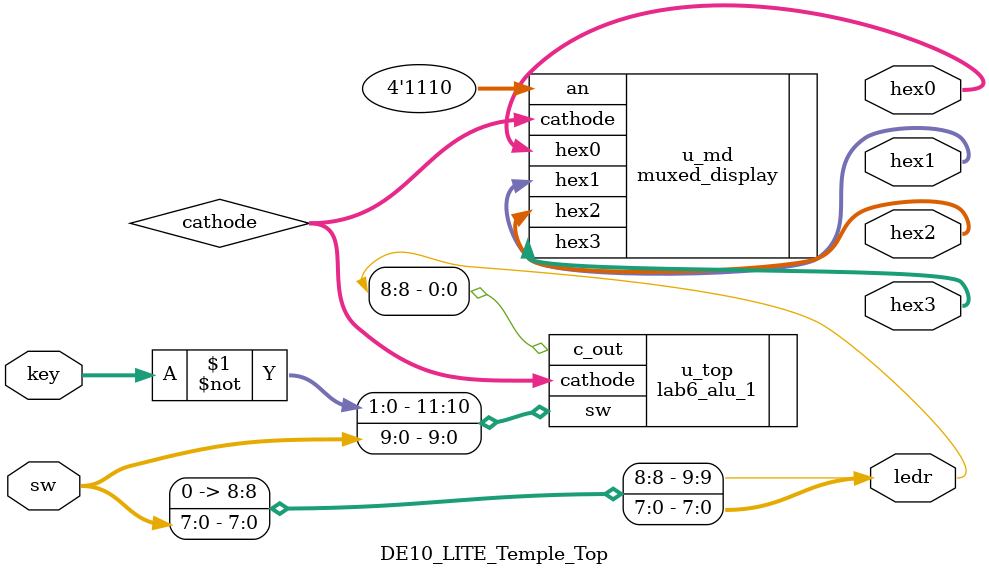
<source format=sv>



`define ENABLE_SW
`define ENABLE_LED
`define ENABLE_KEY
`define ENABLE_HEX0
`define ENABLE_HEX1
`define ENABLE_HEX2
`define ENABLE_HEX3

module DE10_LITE_Temple_Top(

	//////////// SDRAM: 3.3-V LVTTL //////////
`ifdef ENABLE_SDRAM
	output		    [12:0]		dram_addr,
	output		     [1:0]		dram_ba,
	output		          		dram_cas_n,
	output		          		dram_cke,
	output		          		dram_clk,
	output		          		dram_cs_n,
	inout 		    [15:0]		dram_dq,
	output		          		dram_ldqm,
	output		          		dram_ras_n,
	output		          		dram_udqm,
	output		          		dram_we_n,
`endif

	//////////// SEG7: 3.3-V LVTTL //////////
`ifdef ENABLE_HEX0
	output		     [7:0]		hex0,
`endif
`ifdef ENABLE_HEX1
	output		     [7:0]		hex1,
`endif
`ifdef ENABLE_HEX2
	output		     [7:0]		hex2,
`endif
`ifdef ENABLE_HEX3
	output		     [7:0]		hex3,
`endif
`ifdef ENABLE_HEX4
	output		     [7:0]		hex4,
`endif
`ifdef ENABLE_HEX5
	output		     [7:0]		hex5,
`endif

	//////////// KEY: 3.3 V SCHMITT TRIGGER //////////
`ifdef ENABLE_KEY
	input 		     [1:0]		key,
`endif

	//////////// LED: 3.3-V LVTTL //////////
`ifdef ENABLE_LED
	output		     [9:0]		ledr,
`endif

	//////////// VGA: 3.3-V LVTTL //////////
`ifdef ENABLE_VGA
	output		     [3:0]		vga_b,
	output		     [3:0]		vga_g,
	output		          		vga_hs,
	output		     [3:0]		vga_r,
	output		          		vga_vs,
`endif

	//////////// Accelerometer: 3.3-V LVTTL //////////
`ifdef ENABLE_ACCELEROMETER
	output		          		gsensor_cs_n,
	input 		     [2:1]		gsensor_int,
	output		          		gsensor_sclk,
	inout 		          		gsensor_sdi,
	inout 		          		gsensor_sdo,
`endif

	//////////// Arduino: 3.3-V LVTTL //////////
`ifdef ENABLE_ARDUINO
	inout 		    [15:0]		arduino_io,
	inout 		          		arduino_reset_n,
`endif

	//////////// GPIO, GPIO connect to GPIO Default: 3.3-V LVTTL //////////
`ifdef ENABLE_GPIO
	inout 		    [35:0]		gpio,
`endif

	//////////// ADC CLOCK: 3.3-V LVTTL //////////
`ifdef ENABLE_ADC_CLOCK
	input 		          		adc_clk_10,
`endif
	//////////// CLOCK 1: 3.3-V LVTTL //////////
`ifdef ENABLE_CLOCK1
	input 		          		max10_clk1_50,
`endif
	//////////// CLOCK 2: 3.3-V LVTTL //////////
`ifdef ENABLE_CLOCK2
	input 		          		max10_clk2_50,
`endif

	//////////// SW: 3.3-V LVTTL //////////
`ifdef ENABLE_SW
	input 		     [9:0]		sw
`endif
);
	logic [3:0] an;
	logic [6:0] cathode;

	// tie unused LED's low
	assign ledr[9] = 1'b0;

	// replicate the lower 8 switches on the led's
	assign ledr[7:0] = sw[7:0];

	// Instantiate the top module
	lab6_alu_1 u_top (.sw({~key,sw}), .c_out(ledr[8]), .cathode);

	// and instantiate the muxed display module
	muxed_display u_md (.hex3, .hex2, .hex1, .hex0,
		.an(4'b1110), .cathode);

endmodule

</source>
